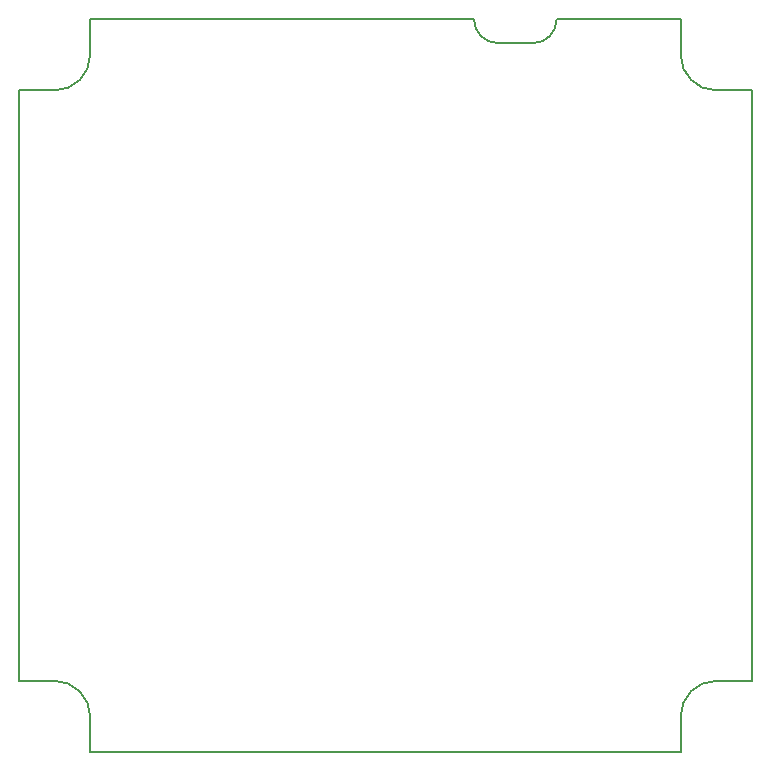
<source format=gm1>
G04 #@! TF.FileFunction,Profile,NP*
%FSLAX46Y46*%
G04 Gerber Fmt 4.6, Leading zero omitted, Abs format (unit mm)*
G04 Created by KiCad (PCBNEW 4.0.6) date 04/23/17 17:59:47*
%MOMM*%
%LPD*%
G01*
G04 APERTURE LIST*
%ADD10C,0.100000*%
%ADD11C,0.150000*%
G04 APERTURE END LIST*
D10*
D11*
X138500000Y-81000000D02*
X141500000Y-81000000D01*
X141500000Y-81000000D02*
G75*
G03X143500000Y-79000000I0J2000000D01*
G01*
X136500000Y-79000000D02*
G75*
G03X138500000Y-81000000I2000000J0D01*
G01*
X143500000Y-79000000D02*
X154000000Y-79000000D01*
X104000000Y-79000000D02*
X136500000Y-79000000D01*
X98000000Y-85000000D02*
X98000000Y-135000000D01*
X160000000Y-135000000D02*
X160000000Y-85000000D01*
X104000000Y-141000000D02*
X154000000Y-141000000D01*
X104000000Y-138000000D02*
G75*
G03X101000000Y-135000000I-3000000J0D01*
G01*
X157000000Y-135000000D02*
G75*
G03X154000000Y-138000000I0J-3000000D01*
G01*
X154000000Y-82000000D02*
G75*
G03X157000000Y-85000000I3000000J0D01*
G01*
X101000000Y-85000000D02*
G75*
G03X104000000Y-82000000I0J3000000D01*
G01*
X154000000Y-79000000D02*
X154000000Y-82000000D01*
X160000000Y-85000000D02*
X157000000Y-85000000D01*
X154000000Y-141000000D02*
X154000000Y-138000000D01*
X160000000Y-135000000D02*
X157000000Y-135000000D01*
X104000000Y-141000000D02*
X104000000Y-138000000D01*
X98000000Y-135000000D02*
X101000000Y-135000000D01*
X101000000Y-85000000D02*
X98000000Y-85000000D01*
X104000000Y-82000000D02*
X104000000Y-79000000D01*
M02*

</source>
